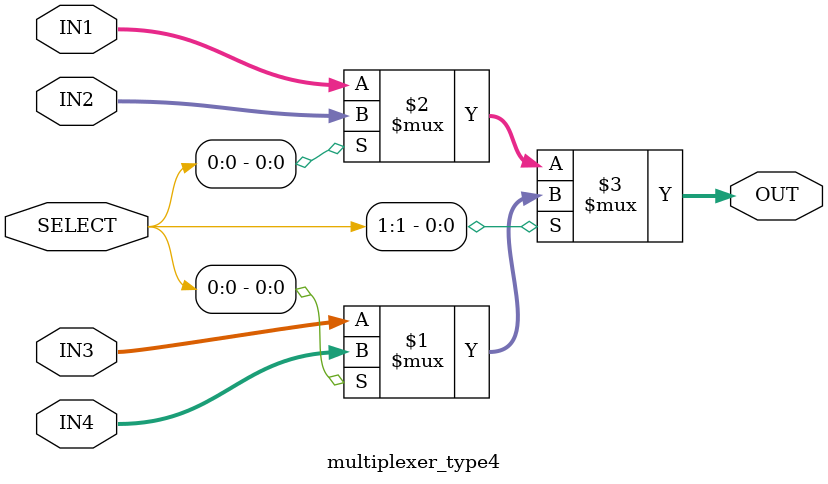
<source format=v>
`timescale  1ns/100ps

module multiplexer_type1(IN1,IN2,OUT,SELECT);		
	input [31:0] IN1,IN2;
	input SELECT;
	output [31:0] OUT;

	assign OUT = (SELECT) ? IN2 : IN1 ;
	
endmodule

// 2 type - five 32 bit inputs, 3 bit select signal, 32 bit output
// mux 2 is this type of multiplexer (in the datapath)
module multiplexer_type2(IN1,IN2,IN3,IN4,IN5,OUT,SELECT);		//multiplexer
	input [31:0] IN1,IN2,IN3,IN4,IN5;
	input [2:0] SELECT;
	output [31:0] OUT;

    //!is there anyway that we can "dont care" with unused select signals????
	assign OUT = (SELECT[2]) ? ((SELECT[1]) ? (SELECT[0]? 32'bx:32'bx) : (SELECT[0]? 32'bx:IN5)) : ((SELECT[1]) ? (SELECT[0]? IN4:IN3) : (SELECT[0]? IN2:IN1)) ;
	
endmodule

// 3 type - three 32 bit inputs, 2 bit select signal, 32 bit output
// mux 4, this type of multiplexer (in the datapath)
module multiplexer_type3(IN1,IN2,IN3,OUT,SELECT);		//multiplexer
	input [31:0] IN1,IN2,IN3;
	input [1:0] SELECT;
	output [31:0] OUT;

	assign OUT = (SELECT[1]) ? (SELECT[0]? 32'bx:IN3) : (SELECT[0]? IN2:IN1) ;
	
endmodule

// 4 type - three 32 bit inputs, 2 bit select signal, 32 bit output
// mux 6, mux 7 this type of multiplexer (in the datapath)
module multiplexer_type4(IN1,IN2,IN3,IN4,OUT,SELECT);		//multiplexer
	input [31:0] IN1,IN2,IN3,IN4;
	input [1:0] SELECT;
	output [31:0] OUT;

	assign OUT = (SELECT[1]) ? (SELECT[0]? IN4:IN3) : (SELECT[0]? IN2:IN1) ;
	
endmodule

</source>
